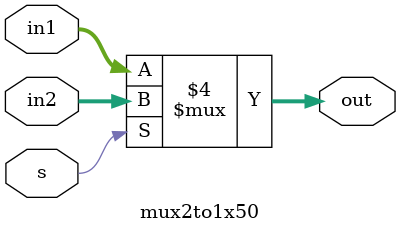
<source format=v>
module mux2to1x50(in1,in2,out,s);
input [49:0]in1,in2;
input s;
output reg [49:0]out;
always @ (*)
begin
if(s==0) begin out = in1; end
else begin out = in2; end
end
endmodule

</source>
